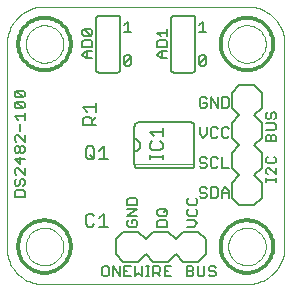
<source format=gto>
G75*
G70*
%OFA0B0*%
%FSLAX24Y24*%
%IPPOS*%
%LPD*%
%AMOC8*
5,1,8,0,0,1.08239X$1,22.5*
%
%ADD10C,0.0000*%
%ADD11C,0.0060*%
%ADD12C,0.0120*%
%ADD13C,0.0080*%
%ADD14C,0.0020*%
D10*
X000536Y001785D02*
X000534Y001719D01*
X000536Y001653D01*
X000542Y001587D01*
X000551Y001521D01*
X000564Y001456D01*
X000581Y001391D01*
X000601Y001328D01*
X000625Y001266D01*
X000652Y001206D01*
X000683Y001147D01*
X000717Y001089D01*
X000754Y001034D01*
X000794Y000981D01*
X000837Y000931D01*
X000882Y000882D01*
X000931Y000837D01*
X000981Y000794D01*
X001034Y000754D01*
X001089Y000717D01*
X001147Y000683D01*
X001206Y000652D01*
X001266Y000625D01*
X001328Y000601D01*
X001391Y000581D01*
X001456Y000564D01*
X001521Y000551D01*
X001587Y000542D01*
X001653Y000536D01*
X001719Y000534D01*
X001785Y000536D01*
X001785Y000535D02*
X008535Y000535D01*
X008603Y000537D01*
X008670Y000542D01*
X008737Y000551D01*
X008804Y000564D01*
X008869Y000581D01*
X008934Y000600D01*
X008998Y000624D01*
X009060Y000651D01*
X009121Y000681D01*
X009179Y000714D01*
X009236Y000750D01*
X009291Y000790D01*
X009344Y000832D01*
X009395Y000878D01*
X009442Y000925D01*
X009488Y000976D01*
X009530Y001029D01*
X009570Y001084D01*
X009606Y001141D01*
X009639Y001199D01*
X009669Y001260D01*
X009696Y001322D01*
X009720Y001386D01*
X009739Y001451D01*
X009756Y001516D01*
X009769Y001583D01*
X009778Y001650D01*
X009783Y001717D01*
X009785Y001785D01*
X009785Y008535D01*
X009783Y008603D01*
X009778Y008670D01*
X009769Y008737D01*
X009756Y008804D01*
X009739Y008869D01*
X009720Y008934D01*
X009696Y008998D01*
X009669Y009060D01*
X009639Y009121D01*
X009606Y009179D01*
X009570Y009236D01*
X009530Y009291D01*
X009488Y009344D01*
X009442Y009395D01*
X009395Y009442D01*
X009344Y009488D01*
X009291Y009530D01*
X009236Y009570D01*
X009179Y009606D01*
X009121Y009639D01*
X009060Y009669D01*
X008998Y009696D01*
X008934Y009720D01*
X008869Y009739D01*
X008804Y009756D01*
X008737Y009769D01*
X008670Y009778D01*
X008603Y009783D01*
X008535Y009785D01*
X001785Y009785D01*
X001160Y008535D02*
X001162Y008585D01*
X001168Y008634D01*
X001178Y008683D01*
X001191Y008730D01*
X001209Y008777D01*
X001230Y008822D01*
X001254Y008865D01*
X001282Y008906D01*
X001313Y008945D01*
X001347Y008981D01*
X001384Y009015D01*
X001424Y009045D01*
X001465Y009072D01*
X001509Y009096D01*
X001554Y009116D01*
X001601Y009132D01*
X001649Y009145D01*
X001698Y009154D01*
X001748Y009159D01*
X001797Y009160D01*
X001847Y009157D01*
X001896Y009150D01*
X001945Y009139D01*
X001992Y009125D01*
X002038Y009106D01*
X002083Y009084D01*
X002126Y009059D01*
X002166Y009030D01*
X002204Y008998D01*
X002240Y008964D01*
X002273Y008926D01*
X002302Y008886D01*
X002328Y008844D01*
X002351Y008800D01*
X002370Y008754D01*
X002386Y008707D01*
X002398Y008658D01*
X002406Y008609D01*
X002410Y008560D01*
X002410Y008510D01*
X002406Y008461D01*
X002398Y008412D01*
X002386Y008363D01*
X002370Y008316D01*
X002351Y008270D01*
X002328Y008226D01*
X002302Y008184D01*
X002273Y008144D01*
X002240Y008106D01*
X002204Y008072D01*
X002166Y008040D01*
X002126Y008011D01*
X002083Y007986D01*
X002038Y007964D01*
X001992Y007945D01*
X001945Y007931D01*
X001896Y007920D01*
X001847Y007913D01*
X001797Y007910D01*
X001748Y007911D01*
X001698Y007916D01*
X001649Y007925D01*
X001601Y007938D01*
X001554Y007954D01*
X001509Y007974D01*
X001465Y007998D01*
X001424Y008025D01*
X001384Y008055D01*
X001347Y008089D01*
X001313Y008125D01*
X001282Y008164D01*
X001254Y008205D01*
X001230Y008248D01*
X001209Y008293D01*
X001191Y008340D01*
X001178Y008387D01*
X001168Y008436D01*
X001162Y008485D01*
X001160Y008535D01*
X000535Y008535D02*
X000535Y001785D01*
X001160Y001785D02*
X001162Y001835D01*
X001168Y001884D01*
X001178Y001933D01*
X001191Y001980D01*
X001209Y002027D01*
X001230Y002072D01*
X001254Y002115D01*
X001282Y002156D01*
X001313Y002195D01*
X001347Y002231D01*
X001384Y002265D01*
X001424Y002295D01*
X001465Y002322D01*
X001509Y002346D01*
X001554Y002366D01*
X001601Y002382D01*
X001649Y002395D01*
X001698Y002404D01*
X001748Y002409D01*
X001797Y002410D01*
X001847Y002407D01*
X001896Y002400D01*
X001945Y002389D01*
X001992Y002375D01*
X002038Y002356D01*
X002083Y002334D01*
X002126Y002309D01*
X002166Y002280D01*
X002204Y002248D01*
X002240Y002214D01*
X002273Y002176D01*
X002302Y002136D01*
X002328Y002094D01*
X002351Y002050D01*
X002370Y002004D01*
X002386Y001957D01*
X002398Y001908D01*
X002406Y001859D01*
X002410Y001810D01*
X002410Y001760D01*
X002406Y001711D01*
X002398Y001662D01*
X002386Y001613D01*
X002370Y001566D01*
X002351Y001520D01*
X002328Y001476D01*
X002302Y001434D01*
X002273Y001394D01*
X002240Y001356D01*
X002204Y001322D01*
X002166Y001290D01*
X002126Y001261D01*
X002083Y001236D01*
X002038Y001214D01*
X001992Y001195D01*
X001945Y001181D01*
X001896Y001170D01*
X001847Y001163D01*
X001797Y001160D01*
X001748Y001161D01*
X001698Y001166D01*
X001649Y001175D01*
X001601Y001188D01*
X001554Y001204D01*
X001509Y001224D01*
X001465Y001248D01*
X001424Y001275D01*
X001384Y001305D01*
X001347Y001339D01*
X001313Y001375D01*
X001282Y001414D01*
X001254Y001455D01*
X001230Y001498D01*
X001209Y001543D01*
X001191Y001590D01*
X001178Y001637D01*
X001168Y001686D01*
X001162Y001735D01*
X001160Y001785D01*
X000535Y008535D02*
X000537Y008603D01*
X000542Y008670D01*
X000551Y008737D01*
X000564Y008804D01*
X000581Y008869D01*
X000600Y008934D01*
X000624Y008998D01*
X000651Y009060D01*
X000681Y009121D01*
X000714Y009179D01*
X000750Y009236D01*
X000790Y009291D01*
X000832Y009344D01*
X000878Y009395D01*
X000925Y009442D01*
X000976Y009488D01*
X001029Y009530D01*
X001084Y009570D01*
X001141Y009606D01*
X001199Y009639D01*
X001260Y009669D01*
X001322Y009696D01*
X001386Y009720D01*
X001451Y009739D01*
X001516Y009756D01*
X001583Y009769D01*
X001650Y009778D01*
X001717Y009783D01*
X001785Y009785D01*
X007910Y008535D02*
X007912Y008585D01*
X007918Y008634D01*
X007928Y008683D01*
X007941Y008730D01*
X007959Y008777D01*
X007980Y008822D01*
X008004Y008865D01*
X008032Y008906D01*
X008063Y008945D01*
X008097Y008981D01*
X008134Y009015D01*
X008174Y009045D01*
X008215Y009072D01*
X008259Y009096D01*
X008304Y009116D01*
X008351Y009132D01*
X008399Y009145D01*
X008448Y009154D01*
X008498Y009159D01*
X008547Y009160D01*
X008597Y009157D01*
X008646Y009150D01*
X008695Y009139D01*
X008742Y009125D01*
X008788Y009106D01*
X008833Y009084D01*
X008876Y009059D01*
X008916Y009030D01*
X008954Y008998D01*
X008990Y008964D01*
X009023Y008926D01*
X009052Y008886D01*
X009078Y008844D01*
X009101Y008800D01*
X009120Y008754D01*
X009136Y008707D01*
X009148Y008658D01*
X009156Y008609D01*
X009160Y008560D01*
X009160Y008510D01*
X009156Y008461D01*
X009148Y008412D01*
X009136Y008363D01*
X009120Y008316D01*
X009101Y008270D01*
X009078Y008226D01*
X009052Y008184D01*
X009023Y008144D01*
X008990Y008106D01*
X008954Y008072D01*
X008916Y008040D01*
X008876Y008011D01*
X008833Y007986D01*
X008788Y007964D01*
X008742Y007945D01*
X008695Y007931D01*
X008646Y007920D01*
X008597Y007913D01*
X008547Y007910D01*
X008498Y007911D01*
X008448Y007916D01*
X008399Y007925D01*
X008351Y007938D01*
X008304Y007954D01*
X008259Y007974D01*
X008215Y007998D01*
X008174Y008025D01*
X008134Y008055D01*
X008097Y008089D01*
X008063Y008125D01*
X008032Y008164D01*
X008004Y008205D01*
X007980Y008248D01*
X007959Y008293D01*
X007941Y008340D01*
X007928Y008387D01*
X007918Y008436D01*
X007912Y008485D01*
X007910Y008535D01*
X007910Y001785D02*
X007912Y001835D01*
X007918Y001884D01*
X007928Y001933D01*
X007941Y001980D01*
X007959Y002027D01*
X007980Y002072D01*
X008004Y002115D01*
X008032Y002156D01*
X008063Y002195D01*
X008097Y002231D01*
X008134Y002265D01*
X008174Y002295D01*
X008215Y002322D01*
X008259Y002346D01*
X008304Y002366D01*
X008351Y002382D01*
X008399Y002395D01*
X008448Y002404D01*
X008498Y002409D01*
X008547Y002410D01*
X008597Y002407D01*
X008646Y002400D01*
X008695Y002389D01*
X008742Y002375D01*
X008788Y002356D01*
X008833Y002334D01*
X008876Y002309D01*
X008916Y002280D01*
X008954Y002248D01*
X008990Y002214D01*
X009023Y002176D01*
X009052Y002136D01*
X009078Y002094D01*
X009101Y002050D01*
X009120Y002004D01*
X009136Y001957D01*
X009148Y001908D01*
X009156Y001859D01*
X009160Y001810D01*
X009160Y001760D01*
X009156Y001711D01*
X009148Y001662D01*
X009136Y001613D01*
X009120Y001566D01*
X009101Y001520D01*
X009078Y001476D01*
X009052Y001434D01*
X009023Y001394D01*
X008990Y001356D01*
X008954Y001322D01*
X008916Y001290D01*
X008876Y001261D01*
X008833Y001236D01*
X008788Y001214D01*
X008742Y001195D01*
X008695Y001181D01*
X008646Y001170D01*
X008597Y001163D01*
X008547Y001160D01*
X008498Y001161D01*
X008448Y001166D01*
X008399Y001175D01*
X008351Y001188D01*
X008304Y001204D01*
X008259Y001224D01*
X008215Y001248D01*
X008174Y001275D01*
X008134Y001305D01*
X008097Y001339D01*
X008063Y001375D01*
X008032Y001414D01*
X008004Y001455D01*
X007980Y001498D01*
X007959Y001543D01*
X007941Y001590D01*
X007928Y001637D01*
X007918Y001686D01*
X007912Y001735D01*
X007910Y001785D01*
D11*
X007429Y001130D02*
X007316Y001130D01*
X007259Y001074D01*
X007259Y001017D01*
X007316Y000960D01*
X007429Y000960D01*
X007486Y000903D01*
X007486Y000847D01*
X007429Y000790D01*
X007316Y000790D01*
X007259Y000847D01*
X007118Y000847D02*
X007118Y001130D01*
X006891Y001130D02*
X006891Y000847D01*
X006948Y000790D01*
X007061Y000790D01*
X007118Y000847D01*
X006749Y000847D02*
X006693Y000790D01*
X006523Y000790D01*
X006523Y001130D01*
X006693Y001130D01*
X006749Y001074D01*
X006749Y001017D01*
X006693Y000960D01*
X006523Y000960D01*
X006693Y000960D02*
X006749Y000903D01*
X006749Y000847D01*
X007429Y001130D02*
X007486Y001074D01*
X006767Y002440D02*
X006540Y002440D01*
X006767Y002440D02*
X006880Y002553D01*
X006767Y002667D01*
X006540Y002667D01*
X006596Y002808D02*
X006823Y002808D01*
X006880Y002865D01*
X006880Y002978D01*
X006823Y003035D01*
X006823Y003177D02*
X006880Y003233D01*
X006880Y003347D01*
X006823Y003403D01*
X006960Y003472D02*
X007017Y003415D01*
X007130Y003415D01*
X007187Y003472D01*
X007187Y003528D01*
X007130Y003585D01*
X007017Y003585D01*
X006960Y003642D01*
X006960Y003699D01*
X007017Y003755D01*
X007130Y003755D01*
X007187Y003699D01*
X007328Y003755D02*
X007328Y003415D01*
X007499Y003415D01*
X007555Y003472D01*
X007555Y003699D01*
X007499Y003755D01*
X007328Y003755D01*
X007697Y003642D02*
X007697Y003415D01*
X007697Y003585D02*
X007924Y003585D01*
X007924Y003642D02*
X007924Y003415D01*
X007924Y003642D02*
X007810Y003755D01*
X007697Y003642D01*
X007697Y004415D02*
X007924Y004415D01*
X007697Y004415D02*
X007697Y004755D01*
X007555Y004699D02*
X007499Y004755D01*
X007385Y004755D01*
X007328Y004699D01*
X007328Y004472D01*
X007385Y004415D01*
X007499Y004415D01*
X007555Y004472D01*
X007187Y004472D02*
X007130Y004415D01*
X007017Y004415D01*
X006960Y004472D01*
X007017Y004585D02*
X007130Y004585D01*
X007187Y004528D01*
X007187Y004472D01*
X007017Y004585D02*
X006960Y004642D01*
X006960Y004699D01*
X007017Y004755D01*
X007130Y004755D01*
X007187Y004699D01*
X006785Y004540D02*
X006785Y005780D01*
X006783Y005803D01*
X006778Y005826D01*
X006769Y005848D01*
X006756Y005868D01*
X006741Y005886D01*
X006723Y005901D01*
X006703Y005914D01*
X006681Y005923D01*
X006658Y005928D01*
X006635Y005930D01*
X004935Y005930D01*
X004912Y005928D01*
X004889Y005923D01*
X004867Y005914D01*
X004847Y005901D01*
X004829Y005886D01*
X004814Y005868D01*
X004801Y005848D01*
X004792Y005826D01*
X004787Y005803D01*
X004785Y005780D01*
X004785Y005360D01*
X004785Y004960D01*
X004785Y004540D01*
X004787Y004517D01*
X004792Y004494D01*
X004801Y004472D01*
X004814Y004452D01*
X004829Y004434D01*
X004847Y004419D01*
X004867Y004406D01*
X004889Y004397D01*
X004912Y004392D01*
X004935Y004390D01*
X006635Y004390D01*
X006658Y004392D01*
X006681Y004397D01*
X006703Y004406D01*
X006723Y004419D01*
X006741Y004434D01*
X006756Y004452D01*
X006769Y004472D01*
X006778Y004494D01*
X006783Y004517D01*
X006785Y004540D01*
X007073Y005415D02*
X007187Y005528D01*
X007187Y005755D01*
X007328Y005699D02*
X007328Y005472D01*
X007385Y005415D01*
X007499Y005415D01*
X007555Y005472D01*
X007697Y005472D02*
X007753Y005415D01*
X007867Y005415D01*
X007924Y005472D01*
X007924Y005699D02*
X007867Y005755D01*
X007753Y005755D01*
X007697Y005699D01*
X007697Y005472D01*
X007555Y005699D02*
X007499Y005755D01*
X007385Y005755D01*
X007328Y005699D01*
X007073Y005415D02*
X006960Y005528D01*
X006960Y005755D01*
X007017Y006415D02*
X007130Y006415D01*
X007187Y006472D01*
X007187Y006585D01*
X007073Y006585D01*
X006960Y006472D02*
X007017Y006415D01*
X006960Y006472D02*
X006960Y006699D01*
X007017Y006755D01*
X007130Y006755D01*
X007187Y006699D01*
X007328Y006755D02*
X007328Y006415D01*
X007555Y006415D02*
X007555Y006755D01*
X007697Y006755D02*
X007867Y006755D01*
X007924Y006699D01*
X007924Y006472D01*
X007867Y006415D01*
X007697Y006415D01*
X007697Y006755D01*
X007555Y006415D02*
X007328Y006755D01*
X006710Y007585D02*
X006110Y007585D01*
X006093Y007587D01*
X006076Y007591D01*
X006060Y007598D01*
X006046Y007608D01*
X006033Y007621D01*
X006023Y007635D01*
X006016Y007651D01*
X006012Y007668D01*
X006010Y007685D01*
X006010Y009385D01*
X006012Y009402D01*
X006016Y009419D01*
X006023Y009435D01*
X006033Y009449D01*
X006046Y009462D01*
X006060Y009472D01*
X006076Y009479D01*
X006093Y009483D01*
X006110Y009485D01*
X006710Y009485D01*
X006727Y009483D01*
X006744Y009479D01*
X006760Y009472D01*
X006774Y009462D01*
X006787Y009449D01*
X006797Y009435D01*
X006804Y009419D01*
X006808Y009402D01*
X006810Y009385D01*
X006810Y007685D01*
X006808Y007668D01*
X006804Y007651D01*
X006797Y007635D01*
X006787Y007621D01*
X006774Y007608D01*
X006760Y007598D01*
X006744Y007591D01*
X006727Y007587D01*
X006710Y007585D01*
X006997Y007815D02*
X006940Y007872D01*
X007167Y008099D01*
X007167Y007872D01*
X007110Y007815D01*
X006997Y007815D01*
X006940Y007872D02*
X006940Y008099D01*
X006997Y008155D01*
X007110Y008155D01*
X007167Y008099D01*
X007167Y008940D02*
X006940Y008940D01*
X007053Y008940D02*
X007053Y009280D01*
X006940Y009167D01*
X005880Y009028D02*
X005880Y008802D01*
X005880Y008915D02*
X005540Y008915D01*
X005653Y008802D01*
X005596Y008660D02*
X005540Y008603D01*
X005540Y008433D01*
X005880Y008433D01*
X005880Y008603D01*
X005823Y008660D01*
X005596Y008660D01*
X005653Y008292D02*
X005880Y008292D01*
X005710Y008292D02*
X005710Y008065D01*
X005653Y008065D02*
X005540Y008178D01*
X005653Y008292D01*
X005653Y008065D02*
X005880Y008065D01*
X004667Y008099D02*
X004667Y007872D01*
X004610Y007815D01*
X004497Y007815D01*
X004440Y007872D01*
X004667Y008099D01*
X004610Y008155D01*
X004497Y008155D01*
X004440Y008099D01*
X004440Y007872D01*
X004310Y007685D02*
X004310Y009385D01*
X004308Y009402D01*
X004304Y009419D01*
X004297Y009435D01*
X004287Y009449D01*
X004274Y009462D01*
X004260Y009472D01*
X004244Y009479D01*
X004227Y009483D01*
X004210Y009485D01*
X003610Y009485D01*
X003593Y009483D01*
X003576Y009479D01*
X003560Y009472D01*
X003546Y009462D01*
X003533Y009449D01*
X003523Y009435D01*
X003516Y009419D01*
X003512Y009402D01*
X003510Y009385D01*
X003510Y007685D01*
X003512Y007668D01*
X003516Y007651D01*
X003523Y007635D01*
X003533Y007621D01*
X003546Y007608D01*
X003560Y007598D01*
X003576Y007591D01*
X003593Y007587D01*
X003610Y007585D01*
X004210Y007585D01*
X004227Y007587D01*
X004244Y007591D01*
X004260Y007598D01*
X004274Y007608D01*
X004287Y007621D01*
X004297Y007635D01*
X004304Y007651D01*
X004308Y007668D01*
X004310Y007685D01*
X003380Y008065D02*
X003153Y008065D01*
X003040Y008178D01*
X003153Y008292D01*
X003380Y008292D01*
X003380Y008433D02*
X003380Y008603D01*
X003323Y008660D01*
X003096Y008660D01*
X003040Y008603D01*
X003040Y008433D01*
X003380Y008433D01*
X003210Y008292D02*
X003210Y008065D01*
X003323Y008802D02*
X003096Y008802D01*
X003040Y008858D01*
X003040Y008972D01*
X003096Y009028D01*
X003323Y008802D01*
X003380Y008858D01*
X003380Y008972D01*
X003323Y009028D01*
X003096Y009028D01*
X004440Y008940D02*
X004667Y008940D01*
X004553Y008940D02*
X004553Y009280D01*
X004440Y009167D01*
X001130Y006925D02*
X001130Y006812D01*
X001073Y006755D01*
X000846Y006982D01*
X001073Y006982D01*
X001130Y006925D01*
X001073Y006755D02*
X000846Y006755D01*
X000790Y006812D01*
X000790Y006925D01*
X000846Y006982D01*
X000846Y006613D02*
X001073Y006387D01*
X001130Y006443D01*
X001130Y006557D01*
X001073Y006613D01*
X000846Y006613D01*
X000790Y006557D01*
X000790Y006443D01*
X000846Y006387D01*
X001073Y006387D01*
X001130Y006245D02*
X001130Y006018D01*
X001130Y006132D02*
X000790Y006132D01*
X000903Y006018D01*
X000960Y005877D02*
X000960Y005650D01*
X000903Y005508D02*
X000846Y005508D01*
X000790Y005452D01*
X000790Y005338D01*
X000846Y005282D01*
X000846Y005140D02*
X000790Y005083D01*
X000790Y004970D01*
X000846Y004913D01*
X000903Y004913D01*
X000960Y004970D01*
X000960Y005083D01*
X001017Y005140D01*
X001073Y005140D01*
X001130Y005083D01*
X001130Y004970D01*
X001073Y004913D01*
X001017Y004913D01*
X000960Y004970D01*
X000960Y005083D02*
X000903Y005140D01*
X000846Y005140D01*
X001130Y005282D02*
X000903Y005508D01*
X001130Y005508D02*
X001130Y005282D01*
X000960Y004772D02*
X000960Y004545D01*
X000790Y004715D01*
X001130Y004715D01*
X001130Y004403D02*
X001130Y004177D01*
X000903Y004403D01*
X000846Y004403D01*
X000790Y004347D01*
X000790Y004233D01*
X000846Y004177D01*
X000846Y004035D02*
X000790Y003978D01*
X000790Y003865D01*
X000846Y003808D01*
X000903Y003808D01*
X000960Y003865D01*
X000960Y003978D01*
X001017Y004035D01*
X001073Y004035D01*
X001130Y003978D01*
X001130Y003865D01*
X001073Y003808D01*
X001073Y003667D02*
X000846Y003667D01*
X000790Y003610D01*
X000790Y003440D01*
X001130Y003440D01*
X001130Y003610D01*
X001073Y003667D01*
X003699Y001074D02*
X003699Y000847D01*
X003756Y000790D01*
X003869Y000790D01*
X003926Y000847D01*
X003926Y001074D01*
X003869Y001130D01*
X003756Y001130D01*
X003699Y001074D01*
X004067Y001130D02*
X004067Y000790D01*
X004294Y000790D02*
X004294Y001130D01*
X004435Y001130D02*
X004435Y000790D01*
X004662Y000790D01*
X004804Y000790D02*
X004917Y000903D01*
X005031Y000790D01*
X005031Y001130D01*
X005172Y001130D02*
X005285Y001130D01*
X005229Y001130D02*
X005229Y000790D01*
X005285Y000790D02*
X005172Y000790D01*
X005418Y000790D02*
X005418Y001130D01*
X005588Y001130D01*
X005644Y001074D01*
X005644Y000960D01*
X005588Y000903D01*
X005418Y000903D01*
X005531Y000903D02*
X005644Y000790D01*
X005786Y000790D02*
X006013Y000790D01*
X005899Y000960D02*
X005786Y000960D01*
X005786Y001130D02*
X005786Y000790D01*
X005786Y001130D02*
X006013Y001130D01*
X004804Y001130D02*
X004804Y000790D01*
X004549Y000960D02*
X004435Y000960D01*
X004435Y001130D02*
X004662Y001130D01*
X004294Y000790D02*
X004067Y001130D01*
X004596Y002440D02*
X004823Y002440D01*
X004880Y002497D01*
X004880Y002610D01*
X004823Y002667D01*
X004710Y002667D01*
X004710Y002553D01*
X004596Y002440D02*
X004540Y002497D01*
X004540Y002610D01*
X004596Y002667D01*
X004540Y002808D02*
X004880Y003035D01*
X004540Y003035D01*
X004540Y003177D02*
X004540Y003347D01*
X004596Y003403D01*
X004823Y003403D01*
X004880Y003347D01*
X004880Y003177D01*
X004540Y003177D01*
X004540Y002808D02*
X004880Y002808D01*
X005540Y002865D02*
X005540Y002978D01*
X005596Y003035D01*
X005823Y003035D01*
X005880Y002978D01*
X005880Y002865D01*
X005823Y002808D01*
X005596Y002808D01*
X005540Y002865D01*
X005596Y002667D02*
X005540Y002610D01*
X005540Y002440D01*
X005880Y002440D01*
X005880Y002610D01*
X005823Y002667D01*
X005596Y002667D01*
X005767Y002922D02*
X005880Y003035D01*
X006540Y002978D02*
X006540Y002865D01*
X006596Y002808D01*
X006540Y002978D02*
X006596Y003035D01*
X006596Y003177D02*
X006823Y003177D01*
X006596Y003177D02*
X006540Y003233D01*
X006540Y003347D01*
X006596Y003403D01*
X004785Y004960D02*
X004812Y004962D01*
X004839Y004967D01*
X004865Y004977D01*
X004889Y004989D01*
X004911Y005005D01*
X004931Y005023D01*
X004948Y005045D01*
X004963Y005068D01*
X004973Y005093D01*
X004981Y005119D01*
X004985Y005146D01*
X004985Y005174D01*
X004981Y005201D01*
X004973Y005227D01*
X004963Y005252D01*
X004948Y005275D01*
X004931Y005297D01*
X004911Y005315D01*
X004889Y005331D01*
X004865Y005343D01*
X004839Y005353D01*
X004812Y005358D01*
X004785Y005360D01*
X009165Y005290D02*
X009165Y005461D01*
X009221Y005517D01*
X009278Y005517D01*
X009335Y005461D01*
X009335Y005290D01*
X009335Y005461D02*
X009392Y005517D01*
X009448Y005517D01*
X009505Y005461D01*
X009505Y005290D01*
X009165Y005290D01*
X009165Y005659D02*
X009448Y005659D01*
X009505Y005716D01*
X009505Y005829D01*
X009448Y005886D01*
X009165Y005886D01*
X009221Y006027D02*
X009165Y006084D01*
X009165Y006197D01*
X009221Y006254D01*
X009335Y006197D02*
X009392Y006254D01*
X009448Y006254D01*
X009505Y006197D01*
X009505Y006084D01*
X009448Y006027D01*
X009335Y006084D02*
X009335Y006197D01*
X009335Y006084D02*
X009278Y006027D01*
X009221Y006027D01*
X009221Y004781D02*
X009165Y004724D01*
X009165Y004611D01*
X009221Y004554D01*
X009448Y004554D01*
X009505Y004611D01*
X009505Y004724D01*
X009448Y004781D01*
X009505Y004412D02*
X009505Y004186D01*
X009278Y004412D01*
X009221Y004412D01*
X009165Y004356D01*
X009165Y004242D01*
X009221Y004186D01*
X009165Y004053D02*
X009165Y003940D01*
X009165Y003997D02*
X009505Y003997D01*
X009505Y004053D02*
X009505Y003940D01*
D12*
X008535Y002660D02*
X008477Y002658D01*
X008418Y002652D01*
X008361Y002642D01*
X008304Y002629D01*
X008248Y002612D01*
X008193Y002591D01*
X008140Y002566D01*
X008089Y002538D01*
X008040Y002506D01*
X007993Y002472D01*
X007948Y002434D01*
X007906Y002393D01*
X007867Y002350D01*
X007831Y002304D01*
X007797Y002256D01*
X007768Y002206D01*
X007741Y002153D01*
X007718Y002099D01*
X007699Y002044D01*
X007684Y001988D01*
X007672Y001931D01*
X007664Y001873D01*
X007660Y001814D01*
X007660Y001756D01*
X007664Y001697D01*
X007672Y001639D01*
X007684Y001582D01*
X007699Y001526D01*
X007718Y001471D01*
X007741Y001417D01*
X007768Y001364D01*
X007797Y001314D01*
X007831Y001266D01*
X007867Y001220D01*
X007906Y001177D01*
X007948Y001136D01*
X007993Y001098D01*
X008040Y001064D01*
X008089Y001032D01*
X008140Y001004D01*
X008193Y000979D01*
X008248Y000958D01*
X008304Y000941D01*
X008361Y000928D01*
X008418Y000918D01*
X008477Y000912D01*
X008535Y000910D01*
X008593Y000912D01*
X008652Y000918D01*
X008709Y000928D01*
X008766Y000941D01*
X008822Y000958D01*
X008877Y000979D01*
X008930Y001004D01*
X008981Y001032D01*
X009030Y001064D01*
X009077Y001098D01*
X009122Y001136D01*
X009164Y001177D01*
X009203Y001220D01*
X009239Y001266D01*
X009273Y001314D01*
X009302Y001364D01*
X009329Y001417D01*
X009352Y001471D01*
X009371Y001526D01*
X009386Y001582D01*
X009398Y001639D01*
X009406Y001697D01*
X009410Y001756D01*
X009410Y001814D01*
X009406Y001873D01*
X009398Y001931D01*
X009386Y001988D01*
X009371Y002044D01*
X009352Y002099D01*
X009329Y002153D01*
X009302Y002206D01*
X009273Y002256D01*
X009239Y002304D01*
X009203Y002350D01*
X009164Y002393D01*
X009122Y002434D01*
X009077Y002472D01*
X009030Y002506D01*
X008981Y002538D01*
X008930Y002566D01*
X008877Y002591D01*
X008822Y002612D01*
X008766Y002629D01*
X008709Y002642D01*
X008652Y002652D01*
X008593Y002658D01*
X008535Y002660D01*
X008535Y007660D02*
X008477Y007662D01*
X008418Y007668D01*
X008361Y007678D01*
X008304Y007691D01*
X008248Y007708D01*
X008193Y007729D01*
X008140Y007754D01*
X008089Y007782D01*
X008040Y007814D01*
X007993Y007848D01*
X007948Y007886D01*
X007906Y007927D01*
X007867Y007970D01*
X007831Y008016D01*
X007797Y008064D01*
X007768Y008114D01*
X007741Y008167D01*
X007718Y008221D01*
X007699Y008276D01*
X007684Y008332D01*
X007672Y008389D01*
X007664Y008447D01*
X007660Y008506D01*
X007660Y008564D01*
X007664Y008623D01*
X007672Y008681D01*
X007684Y008738D01*
X007699Y008794D01*
X007718Y008849D01*
X007741Y008903D01*
X007768Y008956D01*
X007797Y009006D01*
X007831Y009054D01*
X007867Y009100D01*
X007906Y009143D01*
X007948Y009184D01*
X007993Y009222D01*
X008040Y009256D01*
X008089Y009288D01*
X008140Y009316D01*
X008193Y009341D01*
X008248Y009362D01*
X008304Y009379D01*
X008361Y009392D01*
X008418Y009402D01*
X008477Y009408D01*
X008535Y009410D01*
X008593Y009408D01*
X008652Y009402D01*
X008709Y009392D01*
X008766Y009379D01*
X008822Y009362D01*
X008877Y009341D01*
X008930Y009316D01*
X008981Y009288D01*
X009030Y009256D01*
X009077Y009222D01*
X009122Y009184D01*
X009164Y009143D01*
X009203Y009100D01*
X009239Y009054D01*
X009273Y009006D01*
X009302Y008956D01*
X009329Y008903D01*
X009352Y008849D01*
X009371Y008794D01*
X009386Y008738D01*
X009398Y008681D01*
X009406Y008623D01*
X009410Y008564D01*
X009410Y008506D01*
X009406Y008447D01*
X009398Y008389D01*
X009386Y008332D01*
X009371Y008276D01*
X009352Y008221D01*
X009329Y008167D01*
X009302Y008114D01*
X009273Y008064D01*
X009239Y008016D01*
X009203Y007970D01*
X009164Y007927D01*
X009122Y007886D01*
X009077Y007848D01*
X009030Y007814D01*
X008981Y007782D01*
X008930Y007754D01*
X008877Y007729D01*
X008822Y007708D01*
X008766Y007691D01*
X008709Y007678D01*
X008652Y007668D01*
X008593Y007662D01*
X008535Y007660D01*
X001785Y007660D02*
X001727Y007662D01*
X001668Y007668D01*
X001611Y007678D01*
X001554Y007691D01*
X001498Y007708D01*
X001443Y007729D01*
X001390Y007754D01*
X001339Y007782D01*
X001290Y007814D01*
X001243Y007848D01*
X001198Y007886D01*
X001156Y007927D01*
X001117Y007970D01*
X001081Y008016D01*
X001047Y008064D01*
X001018Y008114D01*
X000991Y008167D01*
X000968Y008221D01*
X000949Y008276D01*
X000934Y008332D01*
X000922Y008389D01*
X000914Y008447D01*
X000910Y008506D01*
X000910Y008564D01*
X000914Y008623D01*
X000922Y008681D01*
X000934Y008738D01*
X000949Y008794D01*
X000968Y008849D01*
X000991Y008903D01*
X001018Y008956D01*
X001047Y009006D01*
X001081Y009054D01*
X001117Y009100D01*
X001156Y009143D01*
X001198Y009184D01*
X001243Y009222D01*
X001290Y009256D01*
X001339Y009288D01*
X001390Y009316D01*
X001443Y009341D01*
X001498Y009362D01*
X001554Y009379D01*
X001611Y009392D01*
X001668Y009402D01*
X001727Y009408D01*
X001785Y009410D01*
X001843Y009408D01*
X001902Y009402D01*
X001959Y009392D01*
X002016Y009379D01*
X002072Y009362D01*
X002127Y009341D01*
X002180Y009316D01*
X002231Y009288D01*
X002280Y009256D01*
X002327Y009222D01*
X002372Y009184D01*
X002414Y009143D01*
X002453Y009100D01*
X002489Y009054D01*
X002523Y009006D01*
X002552Y008956D01*
X002579Y008903D01*
X002602Y008849D01*
X002621Y008794D01*
X002636Y008738D01*
X002648Y008681D01*
X002656Y008623D01*
X002660Y008564D01*
X002660Y008506D01*
X002656Y008447D01*
X002648Y008389D01*
X002636Y008332D01*
X002621Y008276D01*
X002602Y008221D01*
X002579Y008167D01*
X002552Y008114D01*
X002523Y008064D01*
X002489Y008016D01*
X002453Y007970D01*
X002414Y007927D01*
X002372Y007886D01*
X002327Y007848D01*
X002280Y007814D01*
X002231Y007782D01*
X002180Y007754D01*
X002127Y007729D01*
X002072Y007708D01*
X002016Y007691D01*
X001959Y007678D01*
X001902Y007668D01*
X001843Y007662D01*
X001785Y007660D01*
X001785Y002660D02*
X001727Y002658D01*
X001668Y002652D01*
X001611Y002642D01*
X001554Y002629D01*
X001498Y002612D01*
X001443Y002591D01*
X001390Y002566D01*
X001339Y002538D01*
X001290Y002506D01*
X001243Y002472D01*
X001198Y002434D01*
X001156Y002393D01*
X001117Y002350D01*
X001081Y002304D01*
X001047Y002256D01*
X001018Y002206D01*
X000991Y002153D01*
X000968Y002099D01*
X000949Y002044D01*
X000934Y001988D01*
X000922Y001931D01*
X000914Y001873D01*
X000910Y001814D01*
X000910Y001756D01*
X000914Y001697D01*
X000922Y001639D01*
X000934Y001582D01*
X000949Y001526D01*
X000968Y001471D01*
X000991Y001417D01*
X001018Y001364D01*
X001047Y001314D01*
X001081Y001266D01*
X001117Y001220D01*
X001156Y001177D01*
X001198Y001136D01*
X001243Y001098D01*
X001290Y001064D01*
X001339Y001032D01*
X001390Y001004D01*
X001443Y000979D01*
X001498Y000958D01*
X001554Y000941D01*
X001611Y000928D01*
X001668Y000918D01*
X001727Y000912D01*
X001785Y000910D01*
X001843Y000912D01*
X001902Y000918D01*
X001959Y000928D01*
X002016Y000941D01*
X002072Y000958D01*
X002127Y000979D01*
X002180Y001004D01*
X002231Y001032D01*
X002280Y001064D01*
X002327Y001098D01*
X002372Y001136D01*
X002414Y001177D01*
X002453Y001220D01*
X002489Y001266D01*
X002523Y001314D01*
X002552Y001364D01*
X002579Y001417D01*
X002602Y001471D01*
X002621Y001526D01*
X002636Y001582D01*
X002648Y001639D01*
X002656Y001697D01*
X002660Y001756D01*
X002660Y001814D01*
X002656Y001873D01*
X002648Y001931D01*
X002636Y001988D01*
X002621Y002044D01*
X002602Y002099D01*
X002579Y002153D01*
X002552Y002206D01*
X002523Y002256D01*
X002489Y002304D01*
X002453Y002350D01*
X002414Y002393D01*
X002372Y002434D01*
X002327Y002472D01*
X002280Y002506D01*
X002231Y002538D01*
X002180Y002566D01*
X002127Y002591D01*
X002072Y002612D01*
X002016Y002629D01*
X001959Y002642D01*
X001902Y002652D01*
X001843Y002658D01*
X001785Y002660D01*
D13*
X003154Y002520D02*
X003224Y002450D01*
X003364Y002450D01*
X003434Y002520D01*
X003615Y002450D02*
X003895Y002450D01*
X003755Y002450D02*
X003755Y002870D01*
X003615Y002730D01*
X003434Y002800D02*
X003364Y002870D01*
X003224Y002870D01*
X003154Y002800D01*
X003154Y002520D01*
X004160Y002035D02*
X004160Y001535D01*
X004410Y001285D01*
X004910Y001285D01*
X005160Y001535D01*
X005410Y001285D01*
X005910Y001285D01*
X006160Y001535D01*
X006410Y001285D01*
X006910Y001285D01*
X007160Y001535D01*
X007160Y002035D01*
X006910Y002285D01*
X006410Y002285D01*
X006160Y002035D01*
X005910Y002285D01*
X005410Y002285D01*
X005160Y002035D01*
X004910Y002285D01*
X004410Y002285D01*
X004160Y002035D01*
X003895Y004700D02*
X003615Y004700D01*
X003755Y004700D02*
X003755Y005120D01*
X003615Y004980D01*
X003434Y005050D02*
X003434Y004770D01*
X003364Y004700D01*
X003224Y004700D01*
X003154Y004770D01*
X003154Y005050D01*
X003224Y005120D01*
X003364Y005120D01*
X003434Y005050D01*
X003294Y004840D02*
X003434Y004700D01*
X003495Y005825D02*
X003075Y005825D01*
X003075Y006035D01*
X003145Y006105D01*
X003285Y006105D01*
X003355Y006035D01*
X003355Y005825D01*
X003355Y005965D02*
X003495Y006105D01*
X003495Y006285D02*
X003495Y006566D01*
X003495Y006426D02*
X003075Y006426D01*
X003215Y006285D01*
X005300Y005607D02*
X005720Y005607D01*
X005720Y005467D02*
X005720Y005748D01*
X005440Y005467D02*
X005300Y005607D01*
X005370Y005287D02*
X005300Y005217D01*
X005300Y005077D01*
X005370Y005007D01*
X005650Y005007D01*
X005720Y005077D01*
X005720Y005217D01*
X005650Y005287D01*
X005720Y004840D02*
X005720Y004700D01*
X005720Y004770D02*
X005300Y004770D01*
X005300Y004700D02*
X005300Y004840D01*
X008035Y004910D02*
X008035Y004410D01*
X008285Y004160D01*
X008035Y003910D01*
X008035Y003410D01*
X008285Y003160D01*
X008785Y003160D01*
X009035Y003410D01*
X009035Y003910D01*
X008785Y004160D01*
X009035Y004410D01*
X009035Y004910D01*
X008785Y005160D01*
X009035Y005410D01*
X009035Y005910D01*
X008785Y006160D01*
X009035Y006410D01*
X009035Y006910D01*
X008785Y007160D01*
X008285Y007160D01*
X008035Y006910D01*
X008035Y006410D01*
X008285Y006160D01*
X008035Y005910D01*
X008035Y005410D01*
X008285Y005160D01*
X008035Y004910D01*
D14*
X006785Y004530D02*
X004785Y004530D01*
M02*

</source>
